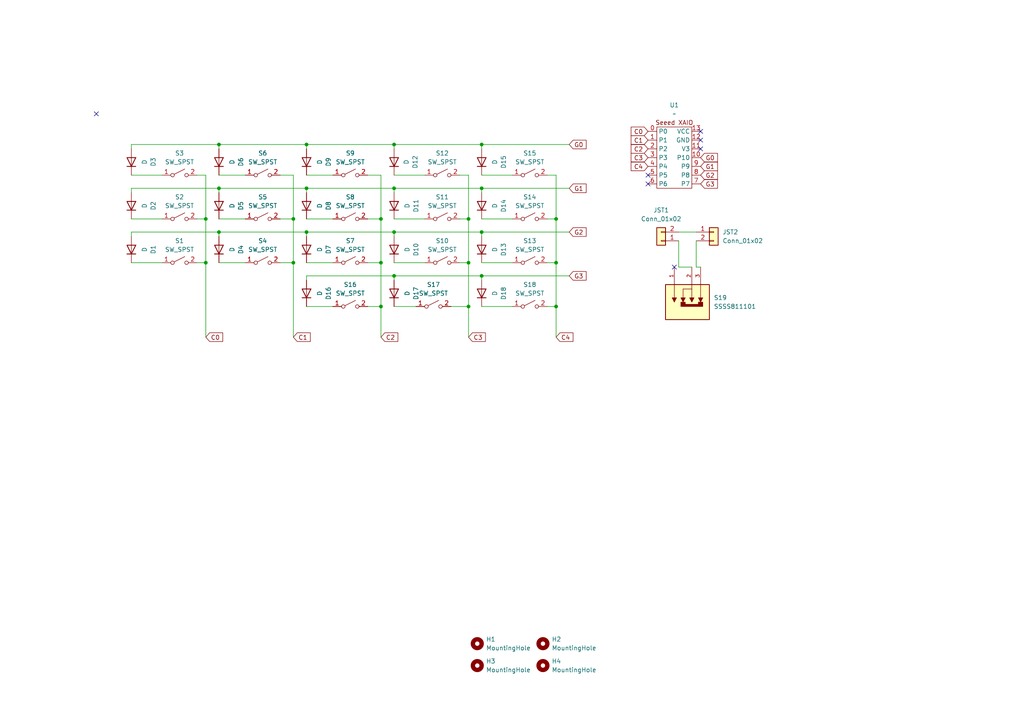
<source format=kicad_sch>
(kicad_sch (version 20231120) (generator "eeschema") (generator_version "8.0")
  (paper "A4")
  (lib_symbols
    (symbol "Connector_Generic:Conn_01x02" (pin_names (offset 1.016) hide)
      (property "Reference" "J" (at 0 2.54 0))
      (property "Value" "Conn_01x02" (at 0 -5.08 0))
      (symbol "Conn_01x02_1_1"
        (rectangle (start -1.27 -2.413) (end 0 -2.667) (stroke (width 0.1524)))
        (rectangle (start -1.27 0.127) (end 0 -0.127) (stroke (width 0.1524)))
        (rectangle (start -1.27 1.27) (end 1.27 -3.81) (stroke (width 0.254)) (fill (type background)))
        (pin passive line (at -5.08 0 0) (length 3.81) (name "Pin_1") (number "1"))
        (pin passive line (at -5.08 -2.54 0) (length 3.81) (name "Pin_2") (number "2"))
      )
    )
    (symbol "Device:D" (pin_numbers hide) (pin_names (offset 1.016) hide)
      (property "Reference" "D" (at 0 2.54 0))
      (property "Value" "D" (at 0 -2.54 0))
      (symbol "D_0_1"
        (polyline (pts (xy -1.27 1.27) (xy -1.27 -1.27)) (stroke (width 0.254)))
        (polyline (pts (xy 1.27 0) (xy -1.27 0)))
        (polyline (pts (xy 1.27 1.27) (xy 1.27 -1.27) (xy -1.27 0) (xy 1.27 1.27)) (stroke (width 0.254)))
      )
      (symbol "D_1_1"
        (pin passive line (at -3.81 0 0) (length 2.54) (name "K") (number "1"))
        (pin passive line (at 3.81 0 180) (length 2.54) (name "A") (number "2"))
      )
    )
    (symbol "Mechanical:MountingHole" (pin_names (offset 1.016)) (exclude_from_sim yes) (in_bom no)
      (property "Reference" "H" (at 0 5.08 0))
      (property "Value" "MountingHole" (at 0 3.175 0))
      (symbol "MountingHole_0_1"
        (circle (center 0 0) (radius 1.27) (stroke (width 1.27)))
      )
    )
    (symbol "Switch:SW_SPST" (pin_names (offset 0) hide)
      (property "Reference" "SW" (at 0 3.175 0))
      (property "Value" "SW_SPST" (at 0 -2.54 0))
      (symbol "SW_SPST_0_0"
        (circle (center -2.032 0) (radius 0.508))
        (polyline (pts (xy -1.524 0.254) (xy 1.524 1.778)))
        (circle (center 2.032 0) (radius 0.508))
      )
      (symbol "SW_SPST_1_1"
        (pin passive line (at -5.08 0 0) (length 2.54) (name "A") (number "1"))
        (pin passive line (at 5.08 0 180) (length 2.54) (name "B") (number "2"))
      )
    )
    (symbol "cSWITCH:SSSS811101" (pin_names (offset 1.016))
      (property "Reference" "S" (at -5.08 5.715 0))
      (property "Value" "SSSS811101" (at -5.08 -10.16 0))
      (symbol "SSSS811101_0_0"
        (rectangle (start -5.08 -7.62) (end 5.08 5.08) (stroke (width 0.254)) (fill (type background)))
        (polyline (pts (xy 3.81 -2.54) (xy 1.27 -2.54)) (stroke (width 0.1524)))
        (polyline (pts (xy 3.81 0) (xy 1.27 0)) (stroke (width 0.1524)))
        (polyline (pts (xy 3.81 0) (xy 3.81 -2.54)) (stroke (width 0.1524)))
        (polyline (pts (xy 5.08 -5.08) (xy 1.27 -5.08)) (stroke (width 0.1524)))
        (polyline (pts (xy 5.08 -2.54) (xy 3.81 -2.54)) (stroke (width 0.1524)))
        (polyline (pts (xy 5.08 2.54) (xy 1.27 2.54)) (stroke (width 0.1524)))
        (polyline (pts (xy 1.27 -5.715) (xy 1.27 -4.445) (xy 0 -5.08) (xy 1.27 -5.715)) (stroke (width 0.1524)) (fill (type outline)))
        (polyline (pts (xy 1.27 -3.175) (xy 1.27 -1.905) (xy 0 -2.54) (xy 1.27 -3.175)) (stroke (width 0.1524)) (fill (type outline)))
        (polyline (pts (xy 1.27 -0.635) (xy 1.27 0.635) (xy 0 0) (xy 1.27 -0.635)) (stroke (width 0.1524)) (fill (type outline)))
        (polyline (pts (xy 1.27 1.905) (xy 1.27 3.175) (xy 0 2.54) (xy 1.27 1.905)) (stroke (width 0.1524)) (fill (type outline)))
        (polyline (pts (xy 0 -4.445) (xy 0 -5.715) (xy -1.27 -5.715) (xy -1.27 0.635) (xy 0 0.635) (xy 0 -0.635) (xy -0.635 -0.635) (xy -0.635 -4.445) (xy 0 -4.445)) (stroke (width 0.1524)) (fill (type outline)))
        (pin passive line (at 10.16 2.54 180) (length 5.08) (name "~") (number "1"))
        (pin passive line (at 10.16 -2.54 180) (length 5.08) (name "~") (number "2"))
        (pin passive line (at 10.16 -5.08 180) (length 5.08) (name "~") (number "3"))
      )
    )
    (symbol "clacken:Seeed_XAIO"
      (property "Reference" "U" (at 0 -10.16 0))
      (symbol "Seeed_XAIO_0_1"
        (rectangle (start -5.08 8.89) (end 5.08 -8.89))
      )
      (symbol "Seeed_XAIO_1_1"
        (text "Seeed XAIO" (at 0 10.16 0) (effects (font (size 1.27 1.27))))
        (pin bidirectional line (at -7.62 7.62 0) (length 2.54) (name "P0") (number "0"))
        (pin bidirectional line (at -7.62 5.08 0) (length 2.54) (name "P1") (number "1"))
        (pin bidirectional line (at 7.62 0 180) (length 2.54) (name "P10") (number "10"))
        (pin output line (at 7.62 2.54 180) (length 2.54) (name "V3") (number "11"))
        (pin output line (at 7.62 5.08 180) (length 2.54) (name "GND") (number "12"))
        (pin output line (at 7.62 7.62 180) (length 2.54) (name "VCC") (number "13"))
        (pin bidirectional line (at -7.62 2.54 0) (length 2.54) (name "P2") (number "2"))
        (pin bidirectional line (at -7.62 0 0) (length 2.54) (name "P3") (number "3"))
        (pin bidirectional line (at -7.62 -2.54 0) (length 2.54) (name "P4") (number "4"))
        (pin bidirectional line (at -7.62 -5.08 0) (length 2.54) (name "P5") (number "5"))
        (pin bidirectional line (at -7.62 -7.62 0) (length 2.54) (name "P6") (number "6"))
        (pin bidirectional line (at 7.62 -7.62 180) (length 2.54) (name "P7") (number "7"))
        (pin bidirectional line (at 7.62 -5.08 180) (length 2.54) (name "P8") (number "8"))
        (pin bidirectional line (at 7.62 -2.54 180) (length 2.54) (name "P9") (number "9"))
      )
    )
  )
  (junction (at 135.89 88.9))
  (junction (at 85.09 63.5))
  (junction (at 139.7 41.91))
  (junction (at 139.7 80.01))
  (junction (at 63.5 67.31))
  (junction (at 161.29 63.5))
  (junction (at 59.69 76.2))
  (junction (at 85.09 76.2))
  (junction (at 139.7 54.61))
  (junction (at 88.9 54.61))
  (junction (at 59.69 63.5))
  (junction (at 139.7 67.31))
  (junction (at 88.9 41.91))
  (junction (at 135.89 63.5))
  (junction (at 88.9 67.31))
  (junction (at 135.89 76.2))
  (junction (at 110.49 88.9))
  (junction (at 114.3 80.01))
  (junction (at 110.49 76.2))
  (junction (at 63.5 54.61))
  (junction (at 161.29 76.2))
  (junction (at 161.29 88.9))
  (junction (at 114.3 41.91))
  (junction (at 114.3 54.61))
  (junction (at 114.3 67.31))
  (junction (at 63.5 41.91))
  (junction (at 110.49 63.5))
  (no_connect (at 203.2 38.1))
  (no_connect (at 27.94 33.02))
  (no_connect (at 203.2 40.64))
  (no_connect (at 203.2 43.18))
  (no_connect (at 187.96 53.34))
  (no_connect (at 195.58 77.47))
  (no_connect (at 187.96 50.8))
  (wire (pts (xy 63.5 63.5) (xy 71.12 63.5)))
  (wire (pts (xy 85.09 97.79) (xy 85.09 76.2)))
  (wire (pts (xy 114.3 67.31) (xy 139.7 67.31)))
  (wire (pts (xy 88.9 54.61) (xy 88.9 55.88)))
  (wire (pts (xy 201.93 77.47) (xy 203.2 77.47)))
  (wire (pts (xy 196.85 77.47) (xy 200.66 77.47)))
  (wire (pts (xy 114.3 80.01) (xy 114.3 81.28)))
  (wire (pts (xy 196.85 69.85) (xy 196.85 77.47)))
  (wire (pts (xy 165.1 41.91) (xy 139.7 41.91)))
  (wire (pts (xy 85.09 63.5) (xy 81.28 63.5)))
  (wire (pts (xy 88.9 88.9) (xy 96.52 88.9)))
  (wire (pts (xy 63.5 41.91) (xy 63.5 43.18)))
  (wire (pts (xy 135.89 88.9) (xy 130.81 88.9)))
  (wire (pts (xy 110.49 63.5) (xy 110.49 50.8)))
  (wire (pts (xy 59.69 63.5) (xy 57.15 63.5)))
  (wire (pts (xy 38.1 50.8) (xy 46.99 50.8)))
  (wire (pts (xy 88.9 41.91) (xy 88.9 43.18)))
  (wire (pts (xy 135.89 88.9) (xy 135.89 76.2)))
  (wire (pts (xy 135.89 97.79) (xy 135.89 88.9)))
  (wire (pts (xy 114.3 54.61) (xy 114.3 55.88)))
  (wire (pts (xy 114.3 76.2) (xy 123.19 76.2)))
  (wire (pts (xy 59.69 76.2) (xy 59.69 63.5)))
  (wire (pts (xy 139.7 41.91) (xy 139.7 43.18)))
  (wire (pts (xy 63.5 54.61) (xy 63.5 55.88)))
  (wire (pts (xy 135.89 50.8) (xy 133.35 50.8)))
  (wire (pts (xy 110.49 76.2) (xy 106.68 76.2)))
  (wire (pts (xy 110.49 88.9) (xy 110.49 76.2)))
  (wire (pts (xy 110.49 97.79) (xy 110.49 88.9)))
  (wire (pts (xy 139.7 54.61) (xy 139.7 55.88)))
  (wire (pts (xy 63.5 54.61) (xy 38.1 54.61)))
  (wire (pts (xy 88.9 50.8) (xy 96.52 50.8)))
  (wire (pts (xy 114.3 80.01) (xy 88.9 80.01)))
  (wire (pts (xy 85.09 50.8) (xy 81.28 50.8)))
  (wire (pts (xy 88.9 76.2) (xy 96.52 76.2)))
  (wire (pts (xy 139.7 67.31) (xy 139.7 68.58)))
  (wire (pts (xy 59.69 76.2) (xy 57.15 76.2)))
  (wire (pts (xy 139.7 80.01) (xy 139.7 81.28)))
  (wire (pts (xy 161.29 76.2) (xy 161.29 63.5)))
  (wire (pts (xy 38.1 54.61) (xy 38.1 55.88)))
  (wire (pts (xy 88.9 80.01) (xy 88.9 81.28)))
  (wire (pts (xy 85.09 76.2) (xy 81.28 76.2)))
  (wire (pts (xy 88.9 41.91) (xy 63.5 41.91)))
  (wire (pts (xy 110.49 76.2) (xy 110.49 63.5)))
  (wire (pts (xy 110.49 88.9) (xy 106.68 88.9)))
  (wire (pts (xy 63.5 41.91) (xy 38.1 41.91)))
  (wire (pts (xy 114.3 50.8) (xy 123.19 50.8)))
  (wire (pts (xy 85.09 63.5) (xy 85.09 50.8)))
  (wire (pts (xy 161.29 63.5) (xy 161.29 50.8)))
  (wire (pts (xy 63.5 67.31) (xy 63.5 68.58)))
  (wire (pts (xy 38.1 76.2) (xy 46.99 76.2)))
  (wire (pts (xy 88.9 54.61) (xy 63.5 54.61)))
  (wire (pts (xy 135.89 63.5) (xy 135.89 50.8)))
  (wire (pts (xy 139.7 54.61) (xy 114.3 54.61)))
  (wire (pts (xy 114.3 54.61) (xy 88.9 54.61)))
  (wire (pts (xy 161.29 88.9) (xy 161.29 76.2)))
  (wire (pts (xy 38.1 67.31) (xy 38.1 68.58)))
  (wire (pts (xy 63.5 67.31) (xy 38.1 67.31)))
  (wire (pts (xy 88.9 67.31) (xy 63.5 67.31)))
  (wire (pts (xy 114.3 80.01) (xy 139.7 80.01)))
  (wire (pts (xy 38.1 63.5) (xy 46.99 63.5)))
  (wire (pts (xy 161.29 88.9) (xy 161.29 97.79)))
  (wire (pts (xy 114.3 88.9) (xy 120.65 88.9)))
  (wire (pts (xy 114.3 63.5) (xy 123.19 63.5)))
  (wire (pts (xy 114.3 41.91) (xy 114.3 43.18)))
  (wire (pts (xy 88.9 63.5) (xy 96.52 63.5)))
  (wire (pts (xy 135.89 76.2) (xy 135.89 63.5)))
  (wire (pts (xy 110.49 50.8) (xy 106.68 50.8)))
  (wire (pts (xy 139.7 41.91) (xy 114.3 41.91)))
  (wire (pts (xy 139.7 63.5) (xy 148.59 63.5)))
  (wire (pts (xy 88.9 67.31) (xy 88.9 68.58)))
  (wire (pts (xy 196.85 67.31) (xy 201.93 67.31)))
  (wire (pts (xy 139.7 50.8) (xy 148.59 50.8)))
  (wire (pts (xy 161.29 63.5) (xy 158.75 63.5)))
  (wire (pts (xy 165.1 67.31) (xy 139.7 67.31)))
  (wire (pts (xy 114.3 68.58) (xy 114.3 67.31)))
  (wire (pts (xy 110.49 63.5) (xy 106.68 63.5)))
  (wire (pts (xy 85.09 76.2) (xy 85.09 63.5)))
  (wire (pts (xy 114.3 41.91) (xy 88.9 41.91)))
  (wire (pts (xy 201.93 69.85) (xy 201.93 77.47)))
  (wire (pts (xy 161.29 76.2) (xy 158.75 76.2)))
  (wire (pts (xy 63.5 76.2) (xy 71.12 76.2)))
  (wire (pts (xy 59.69 50.8) (xy 57.15 50.8)))
  (wire (pts (xy 161.29 50.8) (xy 158.75 50.8)))
  (wire (pts (xy 139.7 88.9) (xy 148.59 88.9)))
  (wire (pts (xy 114.3 67.31) (xy 88.9 67.31)))
  (wire (pts (xy 135.89 76.2) (xy 133.35 76.2)))
  (wire (pts (xy 59.69 97.79) (xy 59.69 76.2)))
  (wire (pts (xy 139.7 80.01) (xy 165.1 80.01)))
  (wire (pts (xy 135.89 63.5) (xy 133.35 63.5)))
  (wire (pts (xy 165.1 54.61) (xy 139.7 54.61)))
  (wire (pts (xy 158.75 88.9) (xy 161.29 88.9)))
  (wire (pts (xy 38.1 41.91) (xy 38.1 43.18)))
  (wire (pts (xy 59.69 63.5) (xy 59.69 50.8)))
  (wire (pts (xy 63.5 50.8) (xy 71.12 50.8)))
  (wire (pts (xy 139.7 76.2) (xy 148.59 76.2)))
  (global_label "C0" (shape input) (at 59.69 97.79 0) (property "Intersheetrefs" "${INTERSHEET_REFS}" (effects (hide yes))))
  (global_label "G0" (shape input) (at 165.1 41.91 0) (property "Intersheetrefs" "${INTERSHEET_REFS}" (effects (hide yes))))
  (global_label "G3" (shape input) (at 203.2 53.34 0) (property "Intersheetrefs" "${INTERSHEET_REFS}" (effects (hide yes))))
  (global_label "C3" (shape input) (at 135.89 97.79 0) (property "Intersheetrefs" "${INTERSHEET_REFS}" (effects (hide yes))))
  (global_label "C1" (shape input) (at 85.09 97.79 0) (property "Intersheetrefs" "${INTERSHEET_REFS}" (effects (hide yes))))
  (global_label "C2" (shape input) (at 110.49 97.79 0) (property "Intersheetrefs" "${INTERSHEET_REFS}" (effects (hide yes))))
  (global_label "C2" (shape input) (at 187.96 43.18 180) (property "Intersheetrefs" "${INTERSHEET_REFS}" (effects (hide yes))))
  (global_label "G2" (shape input) (at 165.1 67.31 0) (property "Intersheetrefs" "${INTERSHEET_REFS}" (effects (hide yes))))
  (global_label "C0" (shape input) (at 187.96 38.1 180) (property "Intersheetrefs" "${INTERSHEET_REFS}" (effects (hide yes))))
  (global_label "G1" (shape input) (at 165.1 54.61 0) (property "Intersheetrefs" "${INTERSHEET_REFS}" (effects (hide yes))))
  (global_label "C4" (shape input) (at 187.96 48.26 180) (property "Intersheetrefs" "${INTERSHEET_REFS}" (effects (hide yes))))
  (global_label "G0" (shape input) (at 203.2 45.72 0) (property "Intersheetrefs" "${INTERSHEET_REFS}" (effects (hide yes))))
  (global_label "G1" (shape input) (at 203.2 48.26 0) (property "Intersheetrefs" "${INTERSHEET_REFS}" (effects (hide yes))))
  (global_label "G2" (shape input) (at 203.2 50.8 0) (property "Intersheetrefs" "${INTERSHEET_REFS}" (effects (hide yes))))
  (global_label "G3" (shape input) (at 165.1 80.01 0) (property "Intersheetrefs" "${INTERSHEET_REFS}" (effects (hide yes))))
  (global_label "C4" (shape input) (at 161.29 97.79 0) (property "Intersheetrefs" "${INTERSHEET_REFS}" (effects (hide yes))))
  (global_label "C3" (shape input) (at 187.96 45.72 180) (property "Intersheetrefs" "${INTERSHEET_REFS}" (effects (hide yes))))
  (global_label "C1" (shape input) (at 187.96 40.64 180) (property "Intersheetrefs" "${INTERSHEET_REFS}" (effects (hide yes))))
  (symbol (lib_id "Device:D") (at 114.3 72.39 270) (mirror x) (unit 1)
    (property "Reference" "D10" (at 120.65 72.39 0))
    (property "Value" "D" (at 118.11 72.39 0))
    (property "Footprint" "clacken:reversable_diode" (effects (hide yes)))
    (property "Description" "Diode" (effects (hide yes)))
    (property "Sim.Device" "D" (effects (hide yes)))
    (property "Sim.Pins" "1=K 2=A" (effects (hide yes)))
  )
  (symbol (lib_id "Switch:SW_SPST") (at 153.67 88.9 0) (unit 1)
    (property "Reference" "S18" (at 153.67 82.55 0))
    (property "Value" "SW_SPST" (at 153.67 85.09 0))
    (property "Footprint" "clacken:choc_switches" (effects (hide yes)))
    (property "Description" "Single Pole Single Throw (SPST) switch" (effects (hide yes)))
  )
  (symbol (lib_id "Mechanical:MountingHole") (at 157.48 193.04 0) (unit 1) (exclude_from_sim yes) (in_bom no)
    (property "Reference" "H4" (at 160.02 191.7699 0) (effects (justify left)))
    (property "Value" "MountingHole" (at 160.02 194.3099 0) (effects (justify left)))
    (property "Footprint" "MountingHole:MountingHole_2.2mm_M2" (effects (hide yes)))
    (property "Description" "Mounting Hole without connection" (effects (hide yes)))
  )
  (symbol (lib_id "Device:D") (at 139.7 59.69 270) (mirror x) (unit 1)
    (property "Reference" "D14" (at 146.05 59.69 0))
    (property "Value" "D" (at 143.51 59.69 0))
    (property "Footprint" "clacken:reversable_diode" (effects (hide yes)))
    (property "Description" "Diode" (effects (hide yes)))
    (property "Sim.Device" "D" (effects (hide yes)))
    (property "Sim.Pins" "1=K 2=A" (effects (hide yes)))
  )
  (symbol (lib_id "clacken:Seeed_XAIO") (at 195.58 45.72 0) (unit 1)
    (property "Reference" "U1" (at 195.58 30.48 0))
    (property "Value" "~" (at 195.58 33.02 0))
    (property "Footprint" "clacken:seeed_xaio" (effects (hide yes)))
  )
  (symbol (lib_id "Device:D") (at 88.9 59.69 270) (mirror x) (unit 1)
    (property "Reference" "D8" (at 95.25 59.69 0))
    (property "Value" "D" (at 92.71 59.69 0))
    (property "Footprint" "clacken:reversable_diode" (effects (hide yes)))
    (property "Description" "Diode" (effects (hide yes)))
    (property "Sim.Device" "D" (effects (hide yes)))
    (property "Sim.Pins" "1=K 2=A" (effects (hide yes)))
  )
  (symbol (lib_id "Switch:SW_SPST") (at 52.07 76.2 0) (unit 1)
    (property "Reference" "S1" (at 52.07 69.85 0))
    (property "Value" "SW_SPST" (at 52.07 72.39 0))
    (property "Footprint" "clacken:choc_switches" (effects (hide yes)))
    (property "Description" "Single Pole Single Throw (SPST) switch" (effects (hide yes)))
  )
  (symbol (lib_id "Switch:SW_SPST") (at 125.73 88.9 0) (unit 1)
    (property "Reference" "S17" (at 125.73 82.55 0))
    (property "Value" "SW_SPST" (at 125.73 85.09 0))
    (property "Footprint" "clacken:choc_switches" (effects (hide yes)))
    (property "Description" "Single Pole Single Throw (SPST) switch" (effects (hide yes)))
  )
  (symbol (lib_id "Switch:SW_SPST") (at 76.2 76.2 0) (unit 1)
    (property "Reference" "S4" (at 76.2 69.85 0))
    (property "Value" "SW_SPST" (at 76.2 72.39 0))
    (property "Footprint" "clacken:choc_switches" (effects (hide yes)))
    (property "Description" "Single Pole Single Throw (SPST) switch" (effects (hide yes)))
  )
  (symbol (lib_id "Switch:SW_SPST") (at 52.07 50.8 0) (unit 1)
    (property "Reference" "S3" (at 52.07 44.45 0))
    (property "Value" "SW_SPST" (at 52.07 46.99 0))
    (property "Footprint" "clacken:choc_switches" (effects (hide yes)))
    (property "Description" "Single Pole Single Throw (SPST) switch" (effects (hide yes)))
  )
  (symbol (lib_id "Switch:SW_SPST") (at 128.27 76.2 0) (unit 1)
    (property "Reference" "S10" (at 128.27 69.85 0))
    (property "Value" "SW_SPST" (at 128.27 72.39 0))
    (property "Footprint" "clacken:choc_switches" (effects (hide yes)))
    (property "Description" "Single Pole Single Throw (SPST) switch" (effects (hide yes)))
  )
  (symbol (lib_id "Connector_Generic:Conn_01x02") (at 191.77 69.85 180) (unit 1)
    (property "Reference" "JST1" (at 191.77 60.96 0))
    (property "Value" "Conn_01x02" (at 191.77 63.5 0))
    (property "Footprint" "clacken:JST_angled" (effects (hide yes)))
    (property "Description" "Generic connector, single row, 01x02, script generated (kicad-library-utils/schlib/autogen/connector/)" (effects (hide yes)))
  )
  (symbol (lib_id "Mechanical:MountingHole") (at 138.43 186.69 0) (unit 1) (exclude_from_sim yes) (in_bom no)
    (property "Reference" "H1" (at 140.97 185.4199 0) (effects (justify left)))
    (property "Value" "MountingHole" (at 140.97 187.9599 0) (effects (justify left)))
    (property "Footprint" "MountingHole:MountingHole_2.2mm_M2" (effects (hide yes)))
    (property "Description" "Mounting Hole without connection" (effects (hide yes)))
  )
  (symbol (lib_id "Device:D") (at 139.7 72.39 270) (mirror x) (unit 1)
    (property "Reference" "D13" (at 146.05 72.39 0))
    (property "Value" "D" (at 143.51 72.39 0))
    (property "Footprint" "clacken:reversable_diode" (effects (hide yes)))
    (property "Description" "Diode" (effects (hide yes)))
    (property "Sim.Device" "D" (effects (hide yes)))
    (property "Sim.Pins" "1=K 2=A" (effects (hide yes)))
  )
  (symbol (lib_id "Switch:SW_SPST") (at 101.6 76.2 0) (unit 1)
    (property "Reference" "S7" (at 101.6 69.85 0))
    (property "Value" "SW_SPST" (at 101.6 72.39 0))
    (property "Footprint" "clacken:choc_switches" (effects (hide yes)))
    (property "Description" "Single Pole Single Throw (SPST) switch" (effects (hide yes)))
  )
  (symbol (lib_id "Mechanical:MountingHole") (at 157.48 186.69 0) (unit 1) (exclude_from_sim yes) (in_bom no)
    (property "Reference" "H2" (at 160.02 185.4199 0) (effects (justify left)))
    (property "Value" "MountingHole" (at 160.02 187.9599 0) (effects (justify left)))
    (property "Footprint" "MountingHole:MountingHole_2.2mm_M2" (effects (hide yes)))
    (property "Description" "Mounting Hole without connection" (effects (hide yes)))
  )
  (symbol (lib_id "Device:D") (at 139.7 46.99 270) (mirror x) (unit 1)
    (property "Reference" "D15" (at 146.05 46.99 0))
    (property "Value" "D" (at 143.51 46.99 0))
    (property "Footprint" "clacken:reversable_diode" (effects (hide yes)))
    (property "Description" "Diode" (effects (hide yes)))
    (property "Sim.Device" "D" (effects (hide yes)))
    (property "Sim.Pins" "1=K 2=A" (effects (hide yes)))
  )
  (symbol (lib_id "Device:D") (at 63.5 59.69 270) (mirror x) (unit 1)
    (property "Reference" "D5" (at 69.85 59.69 0))
    (property "Value" "D" (at 67.31 59.69 0))
    (property "Footprint" "clacken:reversable_diode" (effects (hide yes)))
    (property "Description" "Diode" (effects (hide yes)))
    (property "Sim.Device" "D" (effects (hide yes)))
    (property "Sim.Pins" "1=K 2=A" (effects (hide yes)))
  )
  (symbol (lib_id "Device:D") (at 38.1 59.69 270) (mirror x) (unit 1)
    (property "Reference" "D2" (at 44.45 59.69 0))
    (property "Value" "D" (at 41.91 59.69 0))
    (property "Footprint" "clacken:reversable_diode" (effects (hide yes)))
    (property "Description" "Diode" (effects (hide yes)))
    (property "Sim.Device" "D" (effects (hide yes)))
    (property "Sim.Pins" "1=K 2=A" (effects (hide yes)))
  )
  (symbol (lib_id "Device:D") (at 114.3 46.99 270) (mirror x) (unit 1)
    (property "Reference" "D12" (at 120.396 46.99 0))
    (property "Value" "D" (at 117.856 46.99 0))
    (property "Footprint" "clacken:reversable_diode" (effects (hide yes)))
    (property "Description" "Diode" (effects (hide yes)))
    (property "Sim.Device" "D" (effects (hide yes)))
    (property "Sim.Pins" "1=K 2=A" (effects (hide yes)))
  )
  (symbol (lib_id "Switch:SW_SPST") (at 153.67 50.8 0) (unit 1)
    (property "Reference" "S15" (at 153.67 44.45 0))
    (property "Value" "SW_SPST" (at 153.67 46.99 0))
    (property "Footprint" "clacken:choc_switches" (effects (hide yes)))
    (property "Description" "Single Pole Single Throw (SPST) switch" (effects (hide yes)))
  )
  (symbol (lib_id "Connector_Generic:Conn_01x02") (at 207.01 67.31 0) (unit 1)
    (property "Reference" "JST2" (at 209.55 67.3099 0) (effects (justify left)))
    (property "Value" "Conn_01x02" (at 209.55 69.8499 0) (effects (justify left)))
    (property "Footprint" "clacken:JST_angled" (effects (hide yes)))
    (property "Description" "Generic connector, single row, 01x02, script generated (kicad-library-utils/schlib/autogen/connector/)" (effects (hide yes)))
  )
  (symbol (lib_id "Device:D") (at 38.1 72.39 270) (mirror x) (unit 1)
    (property "Reference" "D1" (at 44.45 72.39 0))
    (property "Value" "D" (at 41.91 72.39 0))
    (property "Footprint" "clacken:reversable_diode" (effects (hide yes)))
    (property "Description" "Diode" (effects (hide yes)))
    (property "Sim.Device" "D" (effects (hide yes)))
    (property "Sim.Pins" "1=K 2=A" (effects (hide yes)))
  )
  (symbol (lib_id "Switch:SW_SPST") (at 101.6 88.9 0) (unit 1)
    (property "Reference" "S16" (at 101.6 82.55 0))
    (property "Value" "SW_SPST" (at 101.6 85.09 0))
    (property "Footprint" "clacken:choc_switches" (effects (hide yes)))
    (property "Description" "Single Pole Single Throw (SPST) switch" (effects (hide yes)))
  )
  (symbol (lib_id "Switch:SW_SPST") (at 128.27 50.8 0) (unit 1)
    (property "Reference" "S12" (at 128.27 44.45 0))
    (property "Value" "SW_SPST" (at 128.27 46.99 0))
    (property "Footprint" "clacken:choc_switches" (effects (hide yes)))
    (property "Description" "Single Pole Single Throw (SPST) switch" (effects (hide yes)))
  )
  (symbol (lib_id "Switch:SW_SPST") (at 153.67 63.5 0) (unit 1)
    (property "Reference" "S14" (at 153.67 57.15 0))
    (property "Value" "SW_SPST" (at 153.67 59.69 0))
    (property "Footprint" "clacken:choc_switches" (effects (hide yes)))
    (property "Description" "Single Pole Single Throw (SPST) switch" (effects (hide yes)))
  )
  (symbol (lib_id "Switch:SW_SPST") (at 101.6 63.5 0) (unit 1)
    (property "Reference" "S8" (at 101.6 57.15 0))
    (property "Value" "SW_SPST" (at 101.6 59.69 0))
    (property "Footprint" "clacken:choc_switches" (effects (hide yes)))
    (property "Description" "Single Pole Single Throw (SPST) switch" (effects (hide yes)))
  )
  (symbol (lib_id "Device:D") (at 114.3 59.69 270) (mirror x) (unit 1)
    (property "Reference" "D11" (at 120.65 59.69 0))
    (property "Value" "D" (at 118.11 59.69 0))
    (property "Footprint" "clacken:reversable_diode" (effects (hide yes)))
    (property "Description" "Diode" (effects (hide yes)))
    (property "Sim.Device" "D" (effects (hide yes)))
    (property "Sim.Pins" "1=K 2=A" (effects (hide yes)))
  )
  (symbol (lib_id "Switch:SW_SPST") (at 76.2 50.8 0) (unit 1)
    (property "Reference" "S6" (at 76.2 44.45 0))
    (property "Value" "SW_SPST" (at 76.2 46.99 0))
    (property "Footprint" "clacken:choc_switches" (effects (hide yes)))
    (property "Description" "Single Pole Single Throw (SPST) switch" (effects (hide yes)))
  )
  (symbol (lib_id "Switch:SW_SPST") (at 76.2 63.5 0) (unit 1)
    (property "Reference" "S5" (at 76.2 57.15 0))
    (property "Value" "SW_SPST" (at 76.2 59.69 0))
    (property "Footprint" "clacken:choc_switches" (effects (hide yes)))
    (property "Description" "Single Pole Single Throw (SPST) switch" (effects (hide yes)))
  )
  (symbol (lib_id "Switch:SW_SPST") (at 52.07 63.5 0) (unit 1)
    (property "Reference" "S2" (at 52.07 57.15 0))
    (property "Value" "SW_SPST" (at 52.07 59.69 0))
    (property "Footprint" "clacken:choc_switches" (effects (hide yes)))
    (property "Description" "Single Pole Single Throw (SPST) switch" (effects (hide yes)))
  )
  (symbol (lib_id "Switch:SW_SPST") (at 153.67 76.2 0) (unit 1)
    (property "Reference" "S13" (at 153.67 69.85 0))
    (property "Value" "SW_SPST" (at 153.67 72.39 0))
    (property "Footprint" "clacken:choc_switches" (effects (hide yes)))
    (property "Description" "Single Pole Single Throw (SPST) switch" (effects (hide yes)))
  )
  (symbol (lib_id "Device:D") (at 139.7 85.09 270) (mirror x) (unit 1)
    (property "Reference" "D18" (at 146.05 85.09 0))
    (property "Value" "D" (at 143.51 85.09 0))
    (property "Footprint" "clacken:reversable_diode" (effects (hide yes)))
    (property "Description" "Diode" (effects (hide yes)))
    (property "Sim.Device" "D" (effects (hide yes)))
    (property "Sim.Pins" "1=K 2=A" (effects (hide yes)))
  )
  (symbol (lib_id "Switch:SW_SPST") (at 128.27 63.5 0) (unit 1)
    (property "Reference" "S11" (at 128.27 57.15 0))
    (property "Value" "SW_SPST" (at 128.27 59.69 0))
    (property "Footprint" "clacken:choc_switches" (effects (hide yes)))
    (property "Description" "Single Pole Single Throw (SPST) switch" (effects (hide yes)))
  )
  (symbol (lib_id "Mechanical:MountingHole") (at 138.43 193.04 0) (unit 1) (exclude_from_sim yes) (in_bom no)
    (property "Reference" "H3" (at 140.97 191.7699 0) (effects (justify left)))
    (property "Value" "MountingHole" (at 140.97 194.3099 0) (effects (justify left)))
    (property "Footprint" "MountingHole:MountingHole_2.2mm_M2" (effects (hide yes)))
    (property "Description" "Mounting Hole without connection" (effects (hide yes)))
  )
  (symbol (lib_id "Device:D") (at 63.5 46.99 270) (mirror x) (unit 1)
    (property "Reference" "D6" (at 69.85 46.99 0))
    (property "Value" "D" (at 67.31 46.99 0))
    (property "Footprint" "clacken:reversable_diode" (effects (hide yes)))
    (property "Description" "Diode" (effects (hide yes)))
    (property "Sim.Device" "D" (effects (hide yes)))
    (property "Sim.Pins" "1=K 2=A" (effects (hide yes)))
  )
  (symbol (lib_id "Device:D") (at 88.9 72.39 270) (mirror x) (unit 1)
    (property "Reference" "D7" (at 95.25 72.39 0))
    (property "Value" "D" (at 92.71 72.39 0))
    (property "Footprint" "clacken:reversable_diode" (effects (hide yes)))
    (property "Description" "Diode" (effects (hide yes)))
    (property "Sim.Device" "D" (effects (hide yes)))
    (property "Sim.Pins" "1=K 2=A" (effects (hide yes)))
  )
  (symbol (lib_id "Switch:SW_SPST") (at 101.6 50.8 0) (unit 1)
    (property "Reference" "S9" (at 101.6 44.45 0))
    (property "Value" "SW_SPST" (at 101.6 46.99 0))
    (property "Footprint" "clacken:choc_switches" (effects (hide yes)))
    (property "Description" "Single Pole Single Throw (SPST) switch" (effects (hide yes)))
  )
  (symbol (lib_id "Device:D") (at 88.9 46.99 270) (mirror x) (unit 1)
    (property "Reference" "D9" (at 95.25 46.99 0))
    (property "Value" "D" (at 92.71 46.99 0))
    (property "Footprint" "clacken:reversable_diode" (effects (hide yes)))
    (property "Description" "Diode" (effects (hide yes)))
    (property "Sim.Device" "D" (effects (hide yes)))
    (property "Sim.Pins" "1=K 2=A" (effects (hide yes)))
  )
  (symbol (lib_id "cSWITCH:SSSS811101") (at 198.12 87.63 90) (unit 1)
    (property "Reference" "S19" (at 207.01 86.3599 90) (effects (justify right)))
    (property "Value" "SSSS811101" (at 207.01 88.8999 90) (effects (justify right)))
    (property "Footprint" "sCLACKEN:SW_SSSS811101" (effects (hide yes)))
    (property "PARTREV" "N/A" (effects (hide yes)))
    (property "STANDARD" "Manufacturer Recommendations" (effects (hide yes)))
    (property "MAXIMUM_PACKAGE_HEIGHT" "1.60 mm" (effects (hide yes)))
    (property "MANUFACTURER" "ALPS" (effects (hide yes)))
  )
  (symbol (lib_id "Device:D") (at 63.5 72.39 270) (mirror x) (unit 1)
    (property "Reference" "D4" (at 69.85 72.39 0))
    (property "Value" "D" (at 67.31 72.39 0))
    (property "Footprint" "clacken:reversable_diode" (effects (hide yes)))
    (property "Description" "Diode" (effects (hide yes)))
    (property "Sim.Device" "D" (effects (hide yes)))
    (property "Sim.Pins" "1=K 2=A" (effects (hide yes)))
  )
  (symbol (lib_id "Device:D") (at 114.3 85.09 270) (mirror x) (unit 1)
    (property "Reference" "D17" (at 120.65 85.09 0))
    (property "Value" "D" (at 118.11 85.09 0))
    (property "Footprint" "clacken:reversable_diode" (effects (hide yes)))
    (property "Description" "Diode" (effects (hide yes)))
    (property "Sim.Device" "D" (effects (hide yes)))
    (property "Sim.Pins" "1=K 2=A" (effects (hide yes)))
  )
  (symbol (lib_id "Device:D") (at 38.1 46.99 270) (mirror x) (unit 1)
    (property "Reference" "D3" (at 44.45 46.99 0))
    (property "Value" "D" (at 41.91 46.99 0))
    (property "Footprint" "clacken:reversable_diode" (effects (hide yes)))
    (property "Description" "Diode" (effects (hide yes)))
    (property "Sim.Device" "D" (effects (hide yes)))
    (property "Sim.Pins" "1=K 2=A" (effects (hide yes)))
  )
  (symbol (lib_id "Device:D") (at 88.9 85.09 270) (mirror x) (unit 1)
    (property "Reference" "D16" (at 95.25 85.09 0))
    (property "Value" "D" (at 92.71 85.09 0))
    (property "Footprint" "clacken:reversable_diode" (effects (hide yes)))
    (property "Description" "Diode" (effects (hide yes)))
    (property "Sim.Device" "D" (effects (hide yes)))
    (property "Sim.Pins" "1=K 2=A" (effects (hide yes)))
  )
)
</source>
